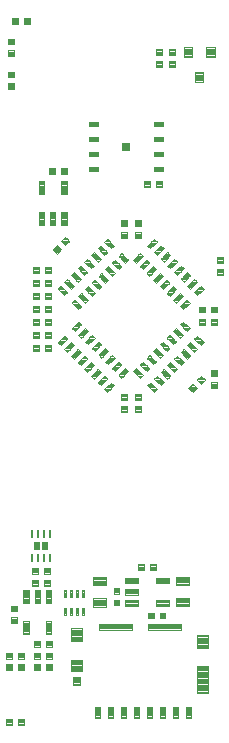
<source format=gbp>
G04 EAGLE Gerber RS-274X export*
G75*
%MOMM*%
%FSLAX34Y34*%
%LPD*%
%INSolderpaste Bottom*%
%IPPOS*%
%AMOC8*
5,1,8,0,0,1.08239X$1,22.5*%
G01*
%ADD10C,0.099000*%
%ADD11C,0.102000*%
%ADD12R,0.250000X0.637500*%
%ADD13R,0.500000X0.640000*%
%ADD14C,0.100000*%
%ADD15C,0.100800*%
%ADD16C,0.105000*%
%ADD17R,0.800000X0.800000*%
%ADD18C,0.104000*%
%ADD19C,0.103500*%


D10*
X120504Y163755D02*
X120504Y159245D01*
X109494Y159245D01*
X109494Y163755D01*
X120504Y163755D01*
X120504Y160185D02*
X109494Y160185D01*
X109494Y161125D02*
X120504Y161125D01*
X120504Y162065D02*
X109494Y162065D01*
X109494Y163005D02*
X120504Y163005D01*
X120504Y168745D02*
X120504Y173255D01*
X120504Y168745D02*
X109494Y168745D01*
X109494Y173255D01*
X120504Y173255D01*
X120504Y169685D02*
X109494Y169685D01*
X109494Y170625D02*
X120504Y170625D01*
X120504Y171565D02*
X109494Y171565D01*
X109494Y172505D02*
X120504Y172505D01*
X120504Y178245D02*
X120504Y182755D01*
X120504Y178245D02*
X109494Y178245D01*
X109494Y182755D01*
X120504Y182755D01*
X120504Y179185D02*
X109494Y179185D01*
X109494Y180125D02*
X120504Y180125D01*
X120504Y181065D02*
X109494Y181065D01*
X109494Y182005D02*
X120504Y182005D01*
X146506Y182755D02*
X146506Y178245D01*
X135496Y178245D01*
X135496Y182755D01*
X146506Y182755D01*
X146506Y179185D02*
X135496Y179185D01*
X135496Y180125D02*
X146506Y180125D01*
X146506Y181065D02*
X135496Y181065D01*
X135496Y182005D02*
X146506Y182005D01*
X146506Y163755D02*
X146506Y159245D01*
X135496Y159245D01*
X135496Y163755D01*
X146506Y163755D01*
X146506Y160185D02*
X135496Y160185D01*
X135496Y161125D02*
X146506Y161125D01*
X146506Y162065D02*
X135496Y162065D01*
X135496Y163005D02*
X146506Y163005D01*
X27735Y161576D02*
X23225Y161576D01*
X23225Y172586D01*
X27735Y172586D01*
X27735Y161576D01*
X27735Y162516D02*
X23225Y162516D01*
X23225Y163456D02*
X27735Y163456D01*
X27735Y164396D02*
X23225Y164396D01*
X23225Y165336D02*
X27735Y165336D01*
X27735Y166276D02*
X23225Y166276D01*
X23225Y167216D02*
X27735Y167216D01*
X27735Y168156D02*
X23225Y168156D01*
X23225Y169096D02*
X27735Y169096D01*
X27735Y170036D02*
X23225Y170036D01*
X23225Y170976D02*
X27735Y170976D01*
X27735Y171916D02*
X23225Y171916D01*
X32725Y161576D02*
X37235Y161576D01*
X32725Y161576D02*
X32725Y172586D01*
X37235Y172586D01*
X37235Y161576D01*
X37235Y162516D02*
X32725Y162516D01*
X32725Y163456D02*
X37235Y163456D01*
X37235Y164396D02*
X32725Y164396D01*
X32725Y165336D02*
X37235Y165336D01*
X37235Y166276D02*
X32725Y166276D01*
X32725Y167216D02*
X37235Y167216D01*
X37235Y168156D02*
X32725Y168156D01*
X32725Y169096D02*
X37235Y169096D01*
X37235Y170036D02*
X32725Y170036D01*
X32725Y170976D02*
X37235Y170976D01*
X37235Y171916D02*
X32725Y171916D01*
X42225Y161576D02*
X46735Y161576D01*
X42225Y161576D02*
X42225Y172586D01*
X46735Y172586D01*
X46735Y161576D01*
X46735Y162516D02*
X42225Y162516D01*
X42225Y163456D02*
X46735Y163456D01*
X46735Y164396D02*
X42225Y164396D01*
X42225Y165336D02*
X46735Y165336D01*
X46735Y166276D02*
X42225Y166276D01*
X42225Y167216D02*
X46735Y167216D01*
X46735Y168156D02*
X42225Y168156D01*
X42225Y169096D02*
X46735Y169096D01*
X46735Y170036D02*
X42225Y170036D01*
X42225Y170976D02*
X46735Y170976D01*
X46735Y171916D02*
X42225Y171916D01*
X42225Y135574D02*
X46735Y135574D01*
X42225Y135574D02*
X42225Y146584D01*
X46735Y146584D01*
X46735Y135574D01*
X46735Y136514D02*
X42225Y136514D01*
X42225Y137454D02*
X46735Y137454D01*
X46735Y138394D02*
X42225Y138394D01*
X42225Y139334D02*
X46735Y139334D01*
X46735Y140274D02*
X42225Y140274D01*
X42225Y141214D02*
X46735Y141214D01*
X46735Y142154D02*
X42225Y142154D01*
X42225Y143094D02*
X46735Y143094D01*
X46735Y144034D02*
X42225Y144034D01*
X42225Y144974D02*
X46735Y144974D01*
X46735Y145914D02*
X42225Y145914D01*
X27735Y135574D02*
X23225Y135574D01*
X23225Y146584D01*
X27735Y146584D01*
X27735Y135574D01*
X27735Y136514D02*
X23225Y136514D01*
X23225Y137454D02*
X27735Y137454D01*
X27735Y138394D02*
X23225Y138394D01*
X23225Y139334D02*
X27735Y139334D01*
X27735Y140274D02*
X23225Y140274D01*
X23225Y141214D02*
X27735Y141214D01*
X27735Y142154D02*
X23225Y142154D01*
X23225Y143094D02*
X27735Y143094D01*
X27735Y144034D02*
X23225Y144034D01*
X23225Y144974D02*
X27735Y144974D01*
X27735Y145914D02*
X23225Y145914D01*
D11*
X42570Y129630D02*
X47550Y129630D01*
X47550Y124650D01*
X42570Y124650D01*
X42570Y129630D01*
X42570Y125619D02*
X47550Y125619D01*
X47550Y126588D02*
X42570Y126588D01*
X42570Y127557D02*
X47550Y127557D01*
X47550Y128526D02*
X42570Y128526D01*
X42570Y129495D02*
X47550Y129495D01*
X37550Y129630D02*
X32570Y129630D01*
X37550Y129630D02*
X37550Y124650D01*
X32570Y124650D01*
X32570Y129630D01*
X32570Y125619D02*
X37550Y125619D01*
X37550Y126588D02*
X32570Y126588D01*
X32570Y127557D02*
X37550Y127557D01*
X37550Y128526D02*
X32570Y128526D01*
X32570Y129495D02*
X37550Y129495D01*
X40590Y181110D02*
X45570Y181110D01*
X45570Y176130D01*
X40590Y176130D01*
X40590Y181110D01*
X40590Y177099D02*
X45570Y177099D01*
X45570Y178068D02*
X40590Y178068D01*
X40590Y179037D02*
X45570Y179037D01*
X45570Y180006D02*
X40590Y180006D01*
X40590Y180975D02*
X45570Y180975D01*
X35570Y181110D02*
X30590Y181110D01*
X35570Y181110D02*
X35570Y176130D01*
X30590Y176130D01*
X30590Y181110D01*
X30590Y177099D02*
X35570Y177099D01*
X35570Y178068D02*
X30590Y178068D01*
X30590Y179037D02*
X35570Y179037D01*
X35570Y180006D02*
X30590Y180006D01*
X30590Y180975D02*
X35570Y180975D01*
X37490Y114510D02*
X32510Y114510D01*
X32510Y119490D01*
X37490Y119490D01*
X37490Y114510D01*
X37490Y115479D02*
X32510Y115479D01*
X32510Y116448D02*
X37490Y116448D01*
X37490Y117417D02*
X32510Y117417D01*
X32510Y118386D02*
X37490Y118386D01*
X37490Y119355D02*
X32510Y119355D01*
X42510Y114510D02*
X47490Y114510D01*
X42510Y114510D02*
X42510Y119490D01*
X47490Y119490D01*
X47490Y114510D01*
X47490Y115479D02*
X42510Y115479D01*
X42510Y116448D02*
X47490Y116448D01*
X47490Y117417D02*
X42510Y117417D01*
X42510Y118386D02*
X47490Y118386D01*
X47490Y119355D02*
X42510Y119355D01*
X12690Y154450D02*
X12690Y159430D01*
X17670Y159430D01*
X17670Y154450D01*
X12690Y154450D01*
X12690Y155419D02*
X17670Y155419D01*
X17670Y156388D02*
X12690Y156388D01*
X12690Y157357D02*
X17670Y157357D01*
X17670Y158326D02*
X12690Y158326D01*
X12690Y159295D02*
X17670Y159295D01*
X12690Y149430D02*
X12690Y144450D01*
X12690Y149430D02*
X17670Y149430D01*
X17670Y144450D01*
X12690Y144450D01*
X12690Y145419D02*
X17670Y145419D01*
X17670Y146388D02*
X12690Y146388D01*
X12690Y147357D02*
X17670Y147357D01*
X17670Y148326D02*
X12690Y148326D01*
X12690Y149295D02*
X17670Y149295D01*
D12*
X45500Y199813D03*
X40500Y220188D03*
X45500Y220188D03*
X35500Y220188D03*
X30500Y220188D03*
X40500Y199813D03*
X35500Y199813D03*
X30500Y199813D03*
D13*
X34600Y210000D03*
X41400Y210000D03*
D11*
X35490Y186510D02*
X30510Y186510D01*
X30510Y191490D01*
X35490Y191490D01*
X35490Y186510D01*
X35490Y187479D02*
X30510Y187479D01*
X30510Y188448D02*
X35490Y188448D01*
X35490Y189417D02*
X30510Y189417D01*
X30510Y190386D02*
X35490Y190386D01*
X35490Y191355D02*
X30510Y191355D01*
X40510Y186510D02*
X45490Y186510D01*
X40510Y186510D02*
X40510Y191490D01*
X45490Y191490D01*
X45490Y186510D01*
X45490Y187479D02*
X40510Y187479D01*
X40510Y188448D02*
X45490Y188448D01*
X45490Y189417D02*
X40510Y189417D01*
X40510Y190386D02*
X45490Y190386D01*
X45490Y191355D02*
X40510Y191355D01*
X23490Y63490D02*
X18510Y63490D01*
X23490Y63490D02*
X23490Y58510D01*
X18510Y58510D01*
X18510Y63490D01*
X18510Y59479D02*
X23490Y59479D01*
X23490Y60448D02*
X18510Y60448D01*
X18510Y61417D02*
X23490Y61417D01*
X23490Y62386D02*
X18510Y62386D01*
X18510Y63355D02*
X23490Y63355D01*
X13490Y63490D02*
X8510Y63490D01*
X13490Y63490D02*
X13490Y58510D01*
X8510Y58510D01*
X8510Y63490D01*
X8510Y59479D02*
X13490Y59479D01*
X13490Y60448D02*
X8510Y60448D01*
X8510Y61417D02*
X13490Y61417D01*
X13490Y62386D02*
X8510Y62386D01*
X8510Y63355D02*
X13490Y63355D01*
X18510Y109490D02*
X23490Y109490D01*
X23490Y104510D01*
X18510Y104510D01*
X18510Y109490D01*
X18510Y105479D02*
X23490Y105479D01*
X23490Y106448D02*
X18510Y106448D01*
X18510Y107417D02*
X23490Y107417D01*
X23490Y108386D02*
X18510Y108386D01*
X18510Y109355D02*
X23490Y109355D01*
X13490Y109490D02*
X8510Y109490D01*
X13490Y109490D02*
X13490Y104510D01*
X8510Y104510D01*
X8510Y109490D01*
X8510Y105479D02*
X13490Y105479D01*
X13490Y106448D02*
X8510Y106448D01*
X8510Y107417D02*
X13490Y107417D01*
X13490Y108386D02*
X8510Y108386D01*
X8510Y109355D02*
X13490Y109355D01*
D14*
X87912Y73442D02*
X87912Y64442D01*
X83912Y64442D01*
X83912Y73442D01*
X87912Y73442D01*
X87912Y65392D02*
X83912Y65392D01*
X83912Y66342D02*
X87912Y66342D01*
X87912Y67292D02*
X83912Y67292D01*
X83912Y68242D02*
X87912Y68242D01*
X87912Y69192D02*
X83912Y69192D01*
X83912Y70142D02*
X87912Y70142D01*
X87912Y71092D02*
X83912Y71092D01*
X83912Y72042D02*
X87912Y72042D01*
X87912Y72992D02*
X83912Y72992D01*
X98912Y73442D02*
X98912Y64442D01*
X94912Y64442D01*
X94912Y73442D01*
X98912Y73442D01*
X98912Y65392D02*
X94912Y65392D01*
X94912Y66342D02*
X98912Y66342D01*
X98912Y67292D02*
X94912Y67292D01*
X94912Y68242D02*
X98912Y68242D01*
X98912Y69192D02*
X94912Y69192D01*
X94912Y70142D02*
X98912Y70142D01*
X98912Y71092D02*
X94912Y71092D01*
X94912Y72042D02*
X98912Y72042D01*
X98912Y72992D02*
X94912Y72992D01*
X109912Y73442D02*
X109912Y64442D01*
X105912Y64442D01*
X105912Y73442D01*
X109912Y73442D01*
X109912Y65392D02*
X105912Y65392D01*
X105912Y66342D02*
X109912Y66342D01*
X109912Y67292D02*
X105912Y67292D01*
X105912Y68242D02*
X109912Y68242D01*
X109912Y69192D02*
X105912Y69192D01*
X105912Y70142D02*
X109912Y70142D01*
X109912Y71092D02*
X105912Y71092D01*
X105912Y72042D02*
X109912Y72042D01*
X109912Y72992D02*
X105912Y72992D01*
X120912Y73442D02*
X120912Y64442D01*
X116912Y64442D01*
X116912Y73442D01*
X120912Y73442D01*
X120912Y65392D02*
X116912Y65392D01*
X116912Y66342D02*
X120912Y66342D01*
X120912Y67292D02*
X116912Y67292D01*
X116912Y68242D02*
X120912Y68242D01*
X120912Y69192D02*
X116912Y69192D01*
X116912Y70142D02*
X120912Y70142D01*
X120912Y71092D02*
X116912Y71092D01*
X116912Y72042D02*
X120912Y72042D01*
X120912Y72992D02*
X116912Y72992D01*
X131912Y73442D02*
X131912Y64442D01*
X127912Y64442D01*
X127912Y73442D01*
X131912Y73442D01*
X131912Y65392D02*
X127912Y65392D01*
X127912Y66342D02*
X131912Y66342D01*
X131912Y67292D02*
X127912Y67292D01*
X127912Y68242D02*
X131912Y68242D01*
X131912Y69192D02*
X127912Y69192D01*
X127912Y70142D02*
X131912Y70142D01*
X131912Y71092D02*
X127912Y71092D01*
X127912Y72042D02*
X131912Y72042D01*
X131912Y72992D02*
X127912Y72992D01*
X142912Y73442D02*
X142912Y64442D01*
X138912Y64442D01*
X138912Y73442D01*
X142912Y73442D01*
X142912Y65392D02*
X138912Y65392D01*
X138912Y66342D02*
X142912Y66342D01*
X142912Y67292D02*
X138912Y67292D01*
X138912Y68242D02*
X142912Y68242D01*
X142912Y69192D02*
X138912Y69192D01*
X138912Y70142D02*
X142912Y70142D01*
X142912Y71092D02*
X138912Y71092D01*
X138912Y72042D02*
X142912Y72042D01*
X142912Y72992D02*
X138912Y72992D01*
X153912Y73442D02*
X153912Y64442D01*
X149912Y64442D01*
X149912Y73442D01*
X153912Y73442D01*
X153912Y65392D02*
X149912Y65392D01*
X149912Y66342D02*
X153912Y66342D01*
X153912Y67292D02*
X149912Y67292D01*
X149912Y68242D02*
X153912Y68242D01*
X153912Y69192D02*
X149912Y69192D01*
X149912Y70142D02*
X153912Y70142D01*
X153912Y71092D02*
X149912Y71092D01*
X149912Y72042D02*
X153912Y72042D01*
X153912Y72992D02*
X149912Y72992D01*
X164912Y73442D02*
X164912Y64442D01*
X160912Y64442D01*
X160912Y73442D01*
X164912Y73442D01*
X164912Y65392D02*
X160912Y65392D01*
X160912Y66342D02*
X164912Y66342D01*
X164912Y67292D02*
X160912Y67292D01*
X160912Y68242D02*
X164912Y68242D01*
X164912Y69192D02*
X160912Y69192D01*
X160912Y70142D02*
X164912Y70142D01*
X164912Y71092D02*
X160912Y71092D01*
X160912Y72042D02*
X164912Y72042D01*
X164912Y72992D02*
X160912Y72992D01*
D15*
X71008Y92346D02*
X64816Y92346D01*
X64816Y99138D01*
X71008Y99138D01*
X71008Y92346D01*
X71008Y93304D02*
X64816Y93304D01*
X64816Y94262D02*
X71008Y94262D01*
X71008Y95220D02*
X64816Y95220D01*
X64816Y96178D02*
X71008Y96178D01*
X71008Y97136D02*
X64816Y97136D01*
X64816Y98094D02*
X71008Y98094D01*
X71008Y99052D02*
X64816Y99052D01*
D16*
X72637Y103567D02*
X72637Y113317D01*
X72637Y103567D02*
X63187Y103567D01*
X63187Y113317D01*
X72637Y113317D01*
X72637Y104564D02*
X63187Y104564D01*
X63187Y105561D02*
X72637Y105561D01*
X72637Y106558D02*
X63187Y106558D01*
X63187Y107555D02*
X72637Y107555D01*
X72637Y108552D02*
X63187Y108552D01*
X63187Y109549D02*
X72637Y109549D01*
X72637Y110546D02*
X63187Y110546D01*
X63187Y111543D02*
X72637Y111543D01*
X72637Y112540D02*
X63187Y112540D01*
X72637Y129067D02*
X72637Y140017D01*
X72637Y129067D02*
X63187Y129067D01*
X63187Y140017D01*
X72637Y140017D01*
X72637Y130064D02*
X63187Y130064D01*
X63187Y131061D02*
X72637Y131061D01*
X72637Y132058D02*
X63187Y132058D01*
X63187Y133055D02*
X72637Y133055D01*
X72637Y134052D02*
X63187Y134052D01*
X63187Y135049D02*
X72637Y135049D01*
X72637Y136046D02*
X63187Y136046D01*
X63187Y137043D02*
X72637Y137043D01*
X72637Y138040D02*
X63187Y138040D01*
X63187Y139037D02*
X72637Y139037D01*
X179387Y134317D02*
X179387Y123367D01*
X169937Y123367D01*
X169937Y134317D01*
X179387Y134317D01*
X179387Y124364D02*
X169937Y124364D01*
X169937Y125361D02*
X179387Y125361D01*
X179387Y126358D02*
X169937Y126358D01*
X169937Y127355D02*
X179387Y127355D01*
X179387Y128352D02*
X169937Y128352D01*
X169937Y129349D02*
X179387Y129349D01*
X179387Y130346D02*
X169937Y130346D01*
X169937Y131343D02*
X179387Y131343D01*
X179387Y132340D02*
X169937Y132340D01*
X169937Y133337D02*
X179387Y133337D01*
X179387Y108417D02*
X179387Y85567D01*
X169937Y85567D01*
X169937Y108417D01*
X179387Y108417D01*
X179387Y86564D02*
X169937Y86564D01*
X169937Y87561D02*
X179387Y87561D01*
X179387Y88558D02*
X169937Y88558D01*
X169937Y89555D02*
X179387Y89555D01*
X179387Y90552D02*
X169937Y90552D01*
X169937Y91549D02*
X179387Y91549D01*
X179387Y92546D02*
X169937Y92546D01*
X169937Y93543D02*
X179387Y93543D01*
X179387Y94540D02*
X169937Y94540D01*
X169937Y95537D02*
X179387Y95537D01*
X179387Y96534D02*
X169937Y96534D01*
X169937Y97531D02*
X179387Y97531D01*
X179387Y98528D02*
X169937Y98528D01*
X169937Y99525D02*
X179387Y99525D01*
X179387Y100522D02*
X169937Y100522D01*
X169937Y101519D02*
X179387Y101519D01*
X179387Y102516D02*
X169937Y102516D01*
X169937Y103513D02*
X179387Y103513D01*
X179387Y104510D02*
X169937Y104510D01*
X169937Y105507D02*
X179387Y105507D01*
X179387Y106504D02*
X169937Y106504D01*
X169937Y107501D02*
X179387Y107501D01*
D10*
X156917Y143547D02*
X128807Y143547D01*
X156917Y143547D02*
X156917Y139037D01*
X128807Y139037D01*
X128807Y143547D01*
X128807Y139977D02*
X156917Y139977D01*
X156917Y140917D02*
X128807Y140917D01*
X128807Y141857D02*
X156917Y141857D01*
X156917Y142797D02*
X128807Y142797D01*
X115017Y143547D02*
X86907Y143547D01*
X115017Y143547D02*
X115017Y139037D01*
X86907Y139037D01*
X86907Y143547D01*
X86907Y139977D02*
X115017Y139977D01*
X115017Y140917D02*
X86907Y140917D01*
X86907Y141857D02*
X115017Y141857D01*
X115017Y142797D02*
X86907Y142797D01*
D14*
X78500Y526950D02*
X78500Y530950D01*
X86000Y530950D01*
X86000Y526950D01*
X78500Y526950D01*
X78500Y527900D02*
X86000Y527900D01*
X86000Y528850D02*
X78500Y528850D01*
X78500Y529800D02*
X86000Y529800D01*
X86000Y530750D02*
X78500Y530750D01*
X78500Y539650D02*
X78500Y543650D01*
X86000Y543650D01*
X86000Y539650D01*
X78500Y539650D01*
X78500Y540600D02*
X86000Y540600D01*
X86000Y541550D02*
X78500Y541550D01*
X78500Y542500D02*
X86000Y542500D01*
X86000Y543450D02*
X78500Y543450D01*
X78500Y552350D02*
X78500Y556350D01*
X86000Y556350D01*
X86000Y552350D01*
X78500Y552350D01*
X78500Y553300D02*
X86000Y553300D01*
X86000Y554250D02*
X78500Y554250D01*
X78500Y555200D02*
X86000Y555200D01*
X86000Y556150D02*
X78500Y556150D01*
X78500Y565050D02*
X78500Y569050D01*
X86000Y569050D01*
X86000Y565050D01*
X78500Y565050D01*
X78500Y566000D02*
X86000Y566000D01*
X86000Y566950D02*
X78500Y566950D01*
X78500Y567900D02*
X86000Y567900D01*
X86000Y568850D02*
X78500Y568850D01*
X134000Y556350D02*
X134000Y552350D01*
X134000Y556350D02*
X141500Y556350D01*
X141500Y552350D01*
X134000Y552350D01*
X134000Y553300D02*
X141500Y553300D01*
X141500Y554250D02*
X134000Y554250D01*
X134000Y555200D02*
X141500Y555200D01*
X141500Y556150D02*
X134000Y556150D01*
X134000Y565050D02*
X134000Y569050D01*
X141500Y569050D01*
X141500Y565050D01*
X134000Y565050D01*
X134000Y566000D02*
X141500Y566000D01*
X141500Y566950D02*
X134000Y566950D01*
X134000Y567900D02*
X141500Y567900D01*
X141500Y568850D02*
X134000Y568850D01*
X134000Y543650D02*
X134000Y539650D01*
X134000Y543650D02*
X141500Y543650D01*
X141500Y539650D01*
X134000Y539650D01*
X134000Y540600D02*
X141500Y540600D01*
X141500Y541550D02*
X134000Y541550D01*
X134000Y542500D02*
X141500Y542500D01*
X141500Y543450D02*
X134000Y543450D01*
X134000Y530950D02*
X134000Y526950D01*
X134000Y530950D02*
X141500Y530950D01*
X141500Y526950D01*
X134000Y526950D01*
X134000Y527900D02*
X141500Y527900D01*
X141500Y528850D02*
X134000Y528850D01*
X134000Y529800D02*
X141500Y529800D01*
X141500Y530750D02*
X134000Y530750D01*
D17*
X110000Y548000D03*
D11*
X192490Y444490D02*
X192490Y439510D01*
X187510Y439510D01*
X187510Y444490D01*
X192490Y444490D01*
X192490Y440479D02*
X187510Y440479D01*
X187510Y441448D02*
X192490Y441448D01*
X192490Y442417D02*
X187510Y442417D01*
X187510Y443386D02*
X192490Y443386D01*
X192490Y444355D02*
X187510Y444355D01*
X192490Y449510D02*
X192490Y454490D01*
X192490Y449510D02*
X187510Y449510D01*
X187510Y454490D01*
X192490Y454490D01*
X192490Y450479D02*
X187510Y450479D01*
X187510Y451448D02*
X192490Y451448D01*
X192490Y452417D02*
X187510Y452417D01*
X187510Y453386D02*
X192490Y453386D01*
X192490Y454355D02*
X187510Y454355D01*
X117510Y338490D02*
X117510Y333510D01*
X117510Y338490D02*
X122490Y338490D01*
X122490Y333510D01*
X117510Y333510D01*
X117510Y334479D02*
X122490Y334479D01*
X122490Y335448D02*
X117510Y335448D01*
X117510Y336417D02*
X122490Y336417D01*
X122490Y337386D02*
X117510Y337386D01*
X117510Y338355D02*
X122490Y338355D01*
X117510Y328490D02*
X117510Y323510D01*
X117510Y328490D02*
X122490Y328490D01*
X122490Y323510D01*
X117510Y323510D01*
X117510Y324479D02*
X122490Y324479D01*
X122490Y325448D02*
X117510Y325448D01*
X117510Y326417D02*
X122490Y326417D01*
X122490Y327386D02*
X117510Y327386D01*
X117510Y328355D02*
X122490Y328355D01*
X46490Y445990D02*
X41510Y445990D01*
X46490Y445990D02*
X46490Y441010D01*
X41510Y441010D01*
X41510Y445990D01*
X41510Y441979D02*
X46490Y441979D01*
X46490Y442948D02*
X41510Y442948D01*
X41510Y443917D02*
X46490Y443917D01*
X46490Y444886D02*
X41510Y444886D01*
X41510Y445855D02*
X46490Y445855D01*
X36490Y445990D02*
X31510Y445990D01*
X36490Y445990D02*
X36490Y441010D01*
X31510Y441010D01*
X31510Y445990D01*
X31510Y441979D02*
X36490Y441979D01*
X36490Y442948D02*
X31510Y442948D01*
X31510Y443917D02*
X36490Y443917D01*
X36490Y444886D02*
X31510Y444886D01*
X31510Y445855D02*
X36490Y445855D01*
X117510Y480510D02*
X117510Y485490D01*
X122490Y485490D01*
X122490Y480510D01*
X117510Y480510D01*
X117510Y481479D02*
X122490Y481479D01*
X122490Y482448D02*
X117510Y482448D01*
X117510Y483417D02*
X122490Y483417D01*
X122490Y484386D02*
X117510Y484386D01*
X117510Y485355D02*
X122490Y485355D01*
X117510Y475490D02*
X117510Y470510D01*
X117510Y475490D02*
X122490Y475490D01*
X122490Y470510D01*
X117510Y470510D01*
X117510Y471479D02*
X122490Y471479D01*
X122490Y472448D02*
X117510Y472448D01*
X117510Y473417D02*
X122490Y473417D01*
X122490Y474386D02*
X117510Y474386D01*
X117510Y475355D02*
X122490Y475355D01*
X182010Y358490D02*
X182010Y353510D01*
X182010Y358490D02*
X186990Y358490D01*
X186990Y353510D01*
X182010Y353510D01*
X182010Y354479D02*
X186990Y354479D01*
X186990Y355448D02*
X182010Y355448D01*
X182010Y356417D02*
X186990Y356417D01*
X186990Y357386D02*
X182010Y357386D01*
X182010Y358355D02*
X186990Y358355D01*
X182010Y348490D02*
X182010Y343510D01*
X182010Y348490D02*
X186990Y348490D01*
X186990Y343510D01*
X182010Y343510D01*
X182010Y344479D02*
X186990Y344479D01*
X186990Y345448D02*
X182010Y345448D01*
X182010Y346417D02*
X186990Y346417D01*
X186990Y347386D02*
X182010Y347386D01*
X182010Y348355D02*
X186990Y348355D01*
X105510Y338490D02*
X105510Y333510D01*
X105510Y338490D02*
X110490Y338490D01*
X110490Y333510D01*
X105510Y333510D01*
X105510Y334479D02*
X110490Y334479D01*
X110490Y335448D02*
X105510Y335448D01*
X105510Y336417D02*
X110490Y336417D01*
X110490Y337386D02*
X105510Y337386D01*
X105510Y338355D02*
X110490Y338355D01*
X105510Y328490D02*
X105510Y323510D01*
X105510Y328490D02*
X110490Y328490D01*
X110490Y323510D01*
X105510Y323510D01*
X105510Y324479D02*
X110490Y324479D01*
X110490Y325448D02*
X105510Y325448D01*
X105510Y326417D02*
X110490Y326417D01*
X110490Y327386D02*
X105510Y327386D01*
X105510Y328355D02*
X110490Y328355D01*
X105510Y480510D02*
X105510Y485490D01*
X110490Y485490D01*
X110490Y480510D01*
X105510Y480510D01*
X105510Y481479D02*
X110490Y481479D01*
X110490Y482448D02*
X105510Y482448D01*
X105510Y483417D02*
X110490Y483417D01*
X110490Y484386D02*
X105510Y484386D01*
X105510Y485355D02*
X110490Y485355D01*
X105510Y475490D02*
X105510Y470510D01*
X105510Y475490D02*
X110490Y475490D01*
X110490Y470510D01*
X105510Y470510D01*
X105510Y471479D02*
X110490Y471479D01*
X110490Y472448D02*
X105510Y472448D01*
X105510Y473417D02*
X110490Y473417D01*
X110490Y474386D02*
X105510Y474386D01*
X105510Y475355D02*
X110490Y475355D01*
X46490Y434990D02*
X41510Y434990D01*
X46490Y434990D02*
X46490Y430010D01*
X41510Y430010D01*
X41510Y434990D01*
X41510Y430979D02*
X46490Y430979D01*
X46490Y431948D02*
X41510Y431948D01*
X41510Y432917D02*
X46490Y432917D01*
X46490Y433886D02*
X41510Y433886D01*
X41510Y434855D02*
X46490Y434855D01*
X36490Y434990D02*
X31510Y434990D01*
X36490Y434990D02*
X36490Y430010D01*
X31510Y430010D01*
X31510Y434990D01*
X31510Y430979D02*
X36490Y430979D01*
X36490Y431948D02*
X31510Y431948D01*
X31510Y432917D02*
X36490Y432917D01*
X36490Y433886D02*
X31510Y433886D01*
X31510Y434855D02*
X36490Y434855D01*
D10*
X55245Y492504D02*
X59755Y492504D01*
X59755Y481494D01*
X55245Y481494D01*
X55245Y492504D01*
X55245Y482434D02*
X59755Y482434D01*
X59755Y483374D02*
X55245Y483374D01*
X55245Y484314D02*
X59755Y484314D01*
X59755Y485254D02*
X55245Y485254D01*
X55245Y486194D02*
X59755Y486194D01*
X59755Y487134D02*
X55245Y487134D01*
X55245Y488074D02*
X59755Y488074D01*
X59755Y489014D02*
X55245Y489014D01*
X55245Y489954D02*
X59755Y489954D01*
X59755Y490894D02*
X55245Y490894D01*
X55245Y491834D02*
X59755Y491834D01*
X50255Y492504D02*
X45745Y492504D01*
X50255Y492504D02*
X50255Y481494D01*
X45745Y481494D01*
X45745Y492504D01*
X45745Y482434D02*
X50255Y482434D01*
X50255Y483374D02*
X45745Y483374D01*
X45745Y484314D02*
X50255Y484314D01*
X50255Y485254D02*
X45745Y485254D01*
X45745Y486194D02*
X50255Y486194D01*
X50255Y487134D02*
X45745Y487134D01*
X45745Y488074D02*
X50255Y488074D01*
X50255Y489014D02*
X45745Y489014D01*
X45745Y489954D02*
X50255Y489954D01*
X50255Y490894D02*
X45745Y490894D01*
X45745Y491834D02*
X50255Y491834D01*
X40755Y492504D02*
X36245Y492504D01*
X40755Y492504D02*
X40755Y481494D01*
X36245Y481494D01*
X36245Y492504D01*
X36245Y482434D02*
X40755Y482434D01*
X40755Y483374D02*
X36245Y483374D01*
X36245Y484314D02*
X40755Y484314D01*
X40755Y485254D02*
X36245Y485254D01*
X36245Y486194D02*
X40755Y486194D01*
X40755Y487134D02*
X36245Y487134D01*
X36245Y488074D02*
X40755Y488074D01*
X40755Y489014D02*
X36245Y489014D01*
X36245Y489954D02*
X40755Y489954D01*
X40755Y490894D02*
X36245Y490894D01*
X36245Y491834D02*
X40755Y491834D01*
X40755Y518506D02*
X36245Y518506D01*
X40755Y518506D02*
X40755Y507496D01*
X36245Y507496D01*
X36245Y518506D01*
X36245Y508436D02*
X40755Y508436D01*
X40755Y509376D02*
X36245Y509376D01*
X36245Y510316D02*
X40755Y510316D01*
X40755Y511256D02*
X36245Y511256D01*
X36245Y512196D02*
X40755Y512196D01*
X40755Y513136D02*
X36245Y513136D01*
X36245Y514076D02*
X40755Y514076D01*
X40755Y515016D02*
X36245Y515016D01*
X36245Y515956D02*
X40755Y515956D01*
X40755Y516896D02*
X36245Y516896D01*
X36245Y517836D02*
X40755Y517836D01*
X55245Y518506D02*
X59755Y518506D01*
X59755Y507496D01*
X55245Y507496D01*
X55245Y518506D01*
X55245Y508436D02*
X59755Y508436D01*
X59755Y509376D02*
X55245Y509376D01*
X55245Y510316D02*
X59755Y510316D01*
X59755Y511256D02*
X55245Y511256D01*
X55245Y512196D02*
X59755Y512196D01*
X59755Y513136D02*
X55245Y513136D01*
X55245Y514076D02*
X59755Y514076D01*
X59755Y515016D02*
X55245Y515016D01*
X55245Y515956D02*
X59755Y515956D01*
X59755Y516896D02*
X55245Y516896D01*
X55245Y517836D02*
X59755Y517836D01*
D11*
X59990Y529490D02*
X55010Y529490D01*
X59990Y529490D02*
X59990Y524510D01*
X55010Y524510D01*
X55010Y529490D01*
X55010Y525479D02*
X59990Y525479D01*
X59990Y526448D02*
X55010Y526448D01*
X55010Y527417D02*
X59990Y527417D01*
X59990Y528386D02*
X55010Y528386D01*
X55010Y529355D02*
X59990Y529355D01*
X49990Y529490D02*
X45010Y529490D01*
X49990Y529490D02*
X49990Y524510D01*
X45010Y524510D01*
X45010Y529490D01*
X45010Y525479D02*
X49990Y525479D01*
X49990Y526448D02*
X45010Y526448D01*
X45010Y527417D02*
X49990Y527417D01*
X49990Y528386D02*
X45010Y528386D01*
X45010Y529355D02*
X49990Y529355D01*
X58536Y471557D02*
X55015Y468036D01*
X58536Y471557D02*
X62057Y468036D01*
X58536Y464515D01*
X55015Y468036D01*
X57567Y465484D02*
X59505Y465484D01*
X60474Y466453D02*
X56598Y466453D01*
X55629Y467422D02*
X61443Y467422D01*
X61702Y468391D02*
X55370Y468391D01*
X56339Y469360D02*
X60733Y469360D01*
X59764Y470329D02*
X57308Y470329D01*
X58277Y471298D02*
X58795Y471298D01*
X51464Y464485D02*
X47943Y460964D01*
X51464Y464485D02*
X54985Y460964D01*
X51464Y457443D01*
X47943Y460964D01*
X50495Y458412D02*
X52433Y458412D01*
X53402Y459381D02*
X49526Y459381D01*
X48557Y460350D02*
X54371Y460350D01*
X54630Y461319D02*
X48298Y461319D01*
X49267Y462288D02*
X53661Y462288D01*
X52692Y463257D02*
X50236Y463257D01*
X51205Y464226D02*
X51723Y464226D01*
X37490Y104510D02*
X32510Y104510D01*
X32510Y109490D01*
X37490Y109490D01*
X37490Y104510D01*
X37490Y105479D02*
X32510Y105479D01*
X32510Y106448D02*
X37490Y106448D01*
X37490Y107417D02*
X32510Y107417D01*
X32510Y108386D02*
X37490Y108386D01*
X37490Y109355D02*
X32510Y109355D01*
X42510Y104510D02*
X47490Y104510D01*
X42510Y104510D02*
X42510Y109490D01*
X47490Y109490D01*
X47490Y104510D01*
X47490Y105479D02*
X42510Y105479D01*
X42510Y106448D02*
X47490Y106448D01*
X47490Y107417D02*
X42510Y107417D01*
X42510Y108386D02*
X47490Y108386D01*
X47490Y109355D02*
X42510Y109355D01*
X166464Y339943D02*
X169985Y343464D01*
X166464Y339943D02*
X162943Y343464D01*
X166464Y346985D01*
X169985Y343464D01*
X167433Y340912D02*
X165495Y340912D01*
X164526Y341881D02*
X168402Y341881D01*
X169371Y342850D02*
X163557Y342850D01*
X163298Y343819D02*
X169630Y343819D01*
X168661Y344788D02*
X164267Y344788D01*
X165236Y345757D02*
X167692Y345757D01*
X166723Y346726D02*
X166205Y346726D01*
X173536Y347015D02*
X177057Y350536D01*
X173536Y347015D02*
X170015Y350536D01*
X173536Y354057D01*
X177057Y350536D01*
X174505Y347984D02*
X172567Y347984D01*
X171598Y348953D02*
X175474Y348953D01*
X176443Y349922D02*
X170629Y349922D01*
X170370Y350891D02*
X176702Y350891D01*
X175733Y351860D02*
X171339Y351860D01*
X172308Y352829D02*
X174764Y352829D01*
X173795Y353798D02*
X173277Y353798D01*
X13490Y114510D02*
X8510Y114510D01*
X8510Y119490D01*
X13490Y119490D01*
X13490Y114510D01*
X13490Y115479D02*
X8510Y115479D01*
X8510Y116448D02*
X13490Y116448D01*
X13490Y117417D02*
X8510Y117417D01*
X8510Y118386D02*
X13490Y118386D01*
X13490Y119355D02*
X8510Y119355D01*
X18510Y114510D02*
X23490Y114510D01*
X18510Y114510D02*
X18510Y119490D01*
X23490Y119490D01*
X23490Y114510D01*
X23490Y115479D02*
X18510Y115479D01*
X18510Y116448D02*
X23490Y116448D01*
X23490Y117417D02*
X18510Y117417D01*
X18510Y118386D02*
X23490Y118386D01*
X23490Y119355D02*
X18510Y119355D01*
X120510Y189510D02*
X125490Y189510D01*
X120510Y189510D02*
X120510Y194490D01*
X125490Y194490D01*
X125490Y189510D01*
X125490Y190479D02*
X120510Y190479D01*
X120510Y191448D02*
X125490Y191448D01*
X125490Y192417D02*
X120510Y192417D01*
X120510Y193386D02*
X125490Y193386D01*
X125490Y194355D02*
X120510Y194355D01*
X130510Y189510D02*
X135490Y189510D01*
X130510Y189510D02*
X130510Y194490D01*
X135490Y194490D01*
X135490Y189510D01*
X135490Y190479D02*
X130510Y190479D01*
X130510Y191448D02*
X135490Y191448D01*
X135490Y192417D02*
X130510Y192417D01*
X130510Y193386D02*
X135490Y193386D01*
X135490Y194355D02*
X130510Y194355D01*
X104490Y164490D02*
X104490Y159510D01*
X99510Y159510D01*
X99510Y164490D01*
X104490Y164490D01*
X104490Y160479D02*
X99510Y160479D01*
X99510Y161448D02*
X104490Y161448D01*
X104490Y162417D02*
X99510Y162417D01*
X99510Y163386D02*
X104490Y163386D01*
X104490Y164355D02*
X99510Y164355D01*
X104490Y169510D02*
X104490Y174490D01*
X104490Y169510D02*
X99510Y169510D01*
X99510Y174490D01*
X104490Y174490D01*
X104490Y170479D02*
X99510Y170479D01*
X99510Y171448D02*
X104490Y171448D01*
X104490Y172417D02*
X99510Y172417D01*
X99510Y173386D02*
X104490Y173386D01*
X104490Y174355D02*
X99510Y174355D01*
X138510Y153490D02*
X143490Y153490D01*
X143490Y148510D01*
X138510Y148510D01*
X138510Y153490D01*
X138510Y149479D02*
X143490Y149479D01*
X143490Y150448D02*
X138510Y150448D01*
X138510Y151417D02*
X143490Y151417D01*
X143490Y152386D02*
X138510Y152386D01*
X138510Y153355D02*
X143490Y153355D01*
X133490Y153490D02*
X128510Y153490D01*
X133490Y153490D02*
X133490Y148510D01*
X128510Y148510D01*
X128510Y153490D01*
X128510Y149479D02*
X133490Y149479D01*
X133490Y150448D02*
X128510Y150448D01*
X128510Y151417D02*
X133490Y151417D01*
X133490Y152386D02*
X128510Y152386D01*
X128510Y153355D02*
X133490Y153355D01*
X10510Y606510D02*
X10510Y611490D01*
X15490Y611490D01*
X15490Y606510D01*
X10510Y606510D01*
X10510Y607479D02*
X15490Y607479D01*
X15490Y608448D02*
X10510Y608448D01*
X10510Y609417D02*
X15490Y609417D01*
X15490Y610386D02*
X10510Y610386D01*
X10510Y611355D02*
X15490Y611355D01*
X10510Y601490D02*
X10510Y596510D01*
X10510Y601490D02*
X15490Y601490D01*
X15490Y596510D01*
X10510Y596510D01*
X10510Y597479D02*
X15490Y597479D01*
X15490Y598448D02*
X10510Y598448D01*
X10510Y599417D02*
X15490Y599417D01*
X15490Y600386D02*
X10510Y600386D01*
X10510Y601355D02*
X15490Y601355D01*
X10510Y634510D02*
X10510Y639490D01*
X15490Y639490D01*
X15490Y634510D01*
X10510Y634510D01*
X10510Y635479D02*
X15490Y635479D01*
X15490Y636448D02*
X10510Y636448D01*
X10510Y637417D02*
X15490Y637417D01*
X15490Y638386D02*
X10510Y638386D01*
X10510Y639355D02*
X15490Y639355D01*
X10510Y629490D02*
X10510Y624510D01*
X10510Y629490D02*
X15490Y629490D01*
X15490Y624510D01*
X10510Y624510D01*
X10510Y625479D02*
X15490Y625479D01*
X15490Y626448D02*
X10510Y626448D01*
X10510Y627417D02*
X15490Y627417D01*
X15490Y628386D02*
X10510Y628386D01*
X10510Y629355D02*
X15490Y629355D01*
D18*
X159020Y624020D02*
X165980Y624020D01*
X159020Y624020D02*
X159020Y631980D01*
X165980Y631980D01*
X165980Y624020D01*
X165980Y625008D02*
X159020Y625008D01*
X159020Y625996D02*
X165980Y625996D01*
X165980Y626984D02*
X159020Y626984D01*
X159020Y627972D02*
X165980Y627972D01*
X165980Y628960D02*
X159020Y628960D01*
X159020Y629948D02*
X165980Y629948D01*
X165980Y630936D02*
X159020Y630936D01*
X159020Y631924D02*
X165980Y631924D01*
X178020Y624020D02*
X184980Y624020D01*
X178020Y624020D02*
X178020Y631980D01*
X184980Y631980D01*
X184980Y624020D01*
X184980Y625008D02*
X178020Y625008D01*
X178020Y625996D02*
X184980Y625996D01*
X184980Y626984D02*
X178020Y626984D01*
X178020Y627972D02*
X184980Y627972D01*
X184980Y628960D02*
X178020Y628960D01*
X178020Y629948D02*
X184980Y629948D01*
X184980Y630936D02*
X178020Y630936D01*
X178020Y631924D02*
X184980Y631924D01*
X175480Y603020D02*
X168520Y603020D01*
X168520Y610980D01*
X175480Y610980D01*
X175480Y603020D01*
X175480Y604008D02*
X168520Y604008D01*
X168520Y604996D02*
X175480Y604996D01*
X175480Y605984D02*
X168520Y605984D01*
X168520Y606972D02*
X175480Y606972D01*
X175480Y607960D02*
X168520Y607960D01*
X168520Y608948D02*
X175480Y608948D01*
X175480Y609936D02*
X168520Y609936D01*
X168520Y610924D02*
X175480Y610924D01*
D19*
X161379Y418232D02*
X163830Y415781D01*
X158199Y410150D01*
X155748Y412601D01*
X161379Y418232D01*
X159182Y411133D02*
X157216Y411133D01*
X156233Y412116D02*
X160165Y412116D01*
X161148Y413099D02*
X156246Y413099D01*
X157229Y414082D02*
X162131Y414082D01*
X163114Y415065D02*
X158212Y415065D01*
X159195Y416048D02*
X163563Y416048D01*
X162580Y417031D02*
X160178Y417031D01*
X161161Y418014D02*
X161597Y418014D01*
X158173Y421437D02*
X155722Y423888D01*
X158173Y421437D02*
X152542Y415806D01*
X150091Y418257D01*
X155722Y423888D01*
X153525Y416789D02*
X151559Y416789D01*
X150576Y417772D02*
X154508Y417772D01*
X155491Y418755D02*
X150589Y418755D01*
X151572Y419738D02*
X156474Y419738D01*
X157457Y420721D02*
X152555Y420721D01*
X153538Y421704D02*
X157906Y421704D01*
X156923Y422687D02*
X154521Y422687D01*
X155504Y423670D02*
X155940Y423670D01*
X152516Y427094D02*
X150065Y429545D01*
X152516Y427094D02*
X146885Y421463D01*
X144434Y423914D01*
X150065Y429545D01*
X147868Y422446D02*
X145902Y422446D01*
X144919Y423429D02*
X148851Y423429D01*
X149834Y424412D02*
X144932Y424412D01*
X145915Y425395D02*
X150817Y425395D01*
X151800Y426378D02*
X146898Y426378D01*
X147881Y427361D02*
X152249Y427361D01*
X151266Y428344D02*
X148864Y428344D01*
X149847Y429327D02*
X150283Y429327D01*
X146859Y432751D02*
X144408Y435202D01*
X146859Y432751D02*
X141228Y427120D01*
X138777Y429571D01*
X144408Y435202D01*
X142211Y428103D02*
X140245Y428103D01*
X139262Y429086D02*
X143194Y429086D01*
X144177Y430069D02*
X139275Y430069D01*
X140258Y431052D02*
X145160Y431052D01*
X146143Y432035D02*
X141241Y432035D01*
X142224Y433018D02*
X146592Y433018D01*
X145609Y434001D02*
X143207Y434001D01*
X144190Y434984D02*
X144626Y434984D01*
X141202Y438408D02*
X138751Y440859D01*
X141202Y438408D02*
X135571Y432777D01*
X133120Y435228D01*
X138751Y440859D01*
X136554Y433760D02*
X134588Y433760D01*
X133605Y434743D02*
X137537Y434743D01*
X138520Y435726D02*
X133618Y435726D01*
X134601Y436709D02*
X139503Y436709D01*
X140486Y437692D02*
X135584Y437692D01*
X136567Y438675D02*
X140935Y438675D01*
X139952Y439658D02*
X137550Y439658D01*
X138533Y440641D02*
X138969Y440641D01*
X135545Y444065D02*
X133094Y446516D01*
X135545Y444065D02*
X129914Y438434D01*
X127463Y440885D01*
X133094Y446516D01*
X130897Y439417D02*
X128931Y439417D01*
X127948Y440400D02*
X131880Y440400D01*
X132863Y441383D02*
X127961Y441383D01*
X128944Y442366D02*
X133846Y442366D01*
X134829Y443349D02*
X129927Y443349D01*
X130910Y444332D02*
X135278Y444332D01*
X134295Y445315D02*
X131893Y445315D01*
X132876Y446298D02*
X133312Y446298D01*
X129888Y449722D02*
X127437Y452173D01*
X129888Y449722D02*
X124257Y444091D01*
X121806Y446542D01*
X127437Y452173D01*
X125240Y445074D02*
X123274Y445074D01*
X122291Y446057D02*
X126223Y446057D01*
X127206Y447040D02*
X122304Y447040D01*
X123287Y448023D02*
X128189Y448023D01*
X129172Y449006D02*
X124270Y449006D01*
X125253Y449989D02*
X129621Y449989D01*
X128638Y450972D02*
X126236Y450972D01*
X127219Y451955D02*
X127655Y451955D01*
X124232Y455379D02*
X121781Y457830D01*
X124232Y455379D02*
X118601Y449748D01*
X116150Y452199D01*
X121781Y457830D01*
X119584Y450731D02*
X117618Y450731D01*
X116635Y451714D02*
X120567Y451714D01*
X121550Y452697D02*
X116648Y452697D01*
X117631Y453680D02*
X122533Y453680D01*
X123516Y454663D02*
X118614Y454663D01*
X119597Y455646D02*
X123965Y455646D01*
X122982Y456629D02*
X120580Y456629D01*
X121563Y457612D02*
X121999Y457612D01*
X133801Y469850D02*
X136252Y467399D01*
X130621Y461768D01*
X128170Y464219D01*
X133801Y469850D01*
X131604Y462751D02*
X129638Y462751D01*
X128655Y463734D02*
X132587Y463734D01*
X133570Y464717D02*
X128668Y464717D01*
X129651Y465700D02*
X134553Y465700D01*
X135536Y466683D02*
X130634Y466683D01*
X131617Y467666D02*
X135985Y467666D01*
X135002Y468649D02*
X132600Y468649D01*
X133583Y469632D02*
X134019Y469632D01*
X139458Y464194D02*
X141909Y461743D01*
X136278Y456112D01*
X133827Y458563D01*
X139458Y464194D01*
X137261Y457095D02*
X135295Y457095D01*
X134312Y458078D02*
X138244Y458078D01*
X139227Y459061D02*
X134325Y459061D01*
X135308Y460044D02*
X140210Y460044D01*
X141193Y461027D02*
X136291Y461027D01*
X137274Y462010D02*
X141642Y462010D01*
X140659Y462993D02*
X138257Y462993D01*
X139240Y463976D02*
X139676Y463976D01*
X145115Y458537D02*
X147566Y456086D01*
X141935Y450455D01*
X139484Y452906D01*
X145115Y458537D01*
X142918Y451438D02*
X140952Y451438D01*
X139969Y452421D02*
X143901Y452421D01*
X144884Y453404D02*
X139982Y453404D01*
X140965Y454387D02*
X145867Y454387D01*
X146850Y455370D02*
X141948Y455370D01*
X142931Y456353D02*
X147299Y456353D01*
X146316Y457336D02*
X143914Y457336D01*
X144897Y458319D02*
X145333Y458319D01*
X150772Y452880D02*
X153223Y450429D01*
X147592Y444798D01*
X145141Y447249D01*
X150772Y452880D01*
X148575Y445781D02*
X146609Y445781D01*
X145626Y446764D02*
X149558Y446764D01*
X150541Y447747D02*
X145639Y447747D01*
X146622Y448730D02*
X151524Y448730D01*
X152507Y449713D02*
X147605Y449713D01*
X148588Y450696D02*
X152956Y450696D01*
X151973Y451679D02*
X149571Y451679D01*
X150554Y452662D02*
X150990Y452662D01*
X156429Y447223D02*
X158880Y444772D01*
X153249Y439141D01*
X150798Y441592D01*
X156429Y447223D01*
X154232Y440124D02*
X152266Y440124D01*
X151283Y441107D02*
X155215Y441107D01*
X156198Y442090D02*
X151296Y442090D01*
X152279Y443073D02*
X157181Y443073D01*
X158164Y444056D02*
X153262Y444056D01*
X154245Y445039D02*
X158613Y445039D01*
X157630Y446022D02*
X155228Y446022D01*
X156211Y447005D02*
X156647Y447005D01*
X162086Y441566D02*
X164537Y439115D01*
X158906Y433484D01*
X156455Y435935D01*
X162086Y441566D01*
X159889Y434467D02*
X157923Y434467D01*
X156940Y435450D02*
X160872Y435450D01*
X161855Y436433D02*
X156953Y436433D01*
X157936Y437416D02*
X162838Y437416D01*
X163821Y438399D02*
X158919Y438399D01*
X159902Y439382D02*
X164270Y439382D01*
X163287Y440365D02*
X160885Y440365D01*
X161868Y441348D02*
X162304Y441348D01*
X167743Y435909D02*
X170194Y433458D01*
X164563Y427827D01*
X162112Y430278D01*
X167743Y435909D01*
X165546Y428810D02*
X163580Y428810D01*
X162597Y429793D02*
X166529Y429793D01*
X167512Y430776D02*
X162610Y430776D01*
X163593Y431759D02*
X168495Y431759D01*
X169478Y432742D02*
X164576Y432742D01*
X165559Y433725D02*
X169927Y433725D01*
X168944Y434708D02*
X166542Y434708D01*
X167525Y435691D02*
X167961Y435691D01*
X173399Y430252D02*
X175850Y427801D01*
X170219Y422170D01*
X167768Y424621D01*
X173399Y430252D01*
X171202Y423153D02*
X169236Y423153D01*
X168253Y424136D02*
X172185Y424136D01*
X173168Y425119D02*
X168266Y425119D01*
X169249Y426102D02*
X174151Y426102D01*
X175134Y427085D02*
X170232Y427085D01*
X171215Y428068D02*
X175583Y428068D01*
X174600Y429051D02*
X172198Y429051D01*
X173181Y430034D02*
X173617Y430034D01*
X106219Y457830D02*
X103768Y455379D01*
X106219Y457830D02*
X111850Y452199D01*
X109399Y449748D01*
X103768Y455379D01*
X108416Y450731D02*
X110382Y450731D01*
X111365Y451714D02*
X107433Y451714D01*
X106450Y452697D02*
X111352Y452697D01*
X110369Y453680D02*
X105467Y453680D01*
X104484Y454663D02*
X109386Y454663D01*
X108403Y455646D02*
X104035Y455646D01*
X105018Y456629D02*
X107420Y456629D01*
X106437Y457612D02*
X106001Y457612D01*
X100563Y452173D02*
X98112Y449722D01*
X100563Y452173D02*
X106194Y446542D01*
X103743Y444091D01*
X98112Y449722D01*
X102760Y445074D02*
X104726Y445074D01*
X105709Y446057D02*
X101777Y446057D01*
X100794Y447040D02*
X105696Y447040D01*
X104713Y448023D02*
X99811Y448023D01*
X98828Y449006D02*
X103730Y449006D01*
X102747Y449989D02*
X98379Y449989D01*
X99362Y450972D02*
X101764Y450972D01*
X100781Y451955D02*
X100345Y451955D01*
X94906Y446516D02*
X92455Y444065D01*
X94906Y446516D02*
X100537Y440885D01*
X98086Y438434D01*
X92455Y444065D01*
X97103Y439417D02*
X99069Y439417D01*
X100052Y440400D02*
X96120Y440400D01*
X95137Y441383D02*
X100039Y441383D01*
X99056Y442366D02*
X94154Y442366D01*
X93171Y443349D02*
X98073Y443349D01*
X97090Y444332D02*
X92722Y444332D01*
X93705Y445315D02*
X96107Y445315D01*
X95124Y446298D02*
X94688Y446298D01*
X89249Y440859D02*
X86798Y438408D01*
X89249Y440859D02*
X94880Y435228D01*
X92429Y432777D01*
X86798Y438408D01*
X91446Y433760D02*
X93412Y433760D01*
X94395Y434743D02*
X90463Y434743D01*
X89480Y435726D02*
X94382Y435726D01*
X93399Y436709D02*
X88497Y436709D01*
X87514Y437692D02*
X92416Y437692D01*
X91433Y438675D02*
X87065Y438675D01*
X88048Y439658D02*
X90450Y439658D01*
X89467Y440641D02*
X89031Y440641D01*
X83592Y435202D02*
X81141Y432751D01*
X83592Y435202D02*
X89223Y429571D01*
X86772Y427120D01*
X81141Y432751D01*
X85789Y428103D02*
X87755Y428103D01*
X88738Y429086D02*
X84806Y429086D01*
X83823Y430069D02*
X88725Y430069D01*
X87742Y431052D02*
X82840Y431052D01*
X81857Y432035D02*
X86759Y432035D01*
X85776Y433018D02*
X81408Y433018D01*
X82391Y434001D02*
X84793Y434001D01*
X83810Y434984D02*
X83374Y434984D01*
X77935Y429545D02*
X75484Y427094D01*
X77935Y429545D02*
X83566Y423914D01*
X81115Y421463D01*
X75484Y427094D01*
X80132Y422446D02*
X82098Y422446D01*
X83081Y423429D02*
X79149Y423429D01*
X78166Y424412D02*
X83068Y424412D01*
X82085Y425395D02*
X77183Y425395D01*
X76200Y426378D02*
X81102Y426378D01*
X80119Y427361D02*
X75751Y427361D01*
X76734Y428344D02*
X79136Y428344D01*
X78153Y429327D02*
X77717Y429327D01*
X72278Y423888D02*
X69827Y421437D01*
X72278Y423888D02*
X77909Y418257D01*
X75458Y415806D01*
X69827Y421437D01*
X74475Y416789D02*
X76441Y416789D01*
X77424Y417772D02*
X73492Y417772D01*
X72509Y418755D02*
X77411Y418755D01*
X76428Y419738D02*
X71526Y419738D01*
X70543Y420721D02*
X75445Y420721D01*
X74462Y421704D02*
X70094Y421704D01*
X71077Y422687D02*
X73479Y422687D01*
X72496Y423670D02*
X72060Y423670D01*
X66621Y418232D02*
X64170Y415781D01*
X66621Y418232D02*
X72252Y412601D01*
X69801Y410150D01*
X64170Y415781D01*
X68818Y411133D02*
X70784Y411133D01*
X71767Y412116D02*
X67835Y412116D01*
X66852Y413099D02*
X71754Y413099D01*
X70771Y414082D02*
X65869Y414082D01*
X64886Y415065D02*
X69788Y415065D01*
X68805Y416048D02*
X64437Y416048D01*
X65420Y417031D02*
X67822Y417031D01*
X66839Y418014D02*
X66403Y418014D01*
X54601Y430252D02*
X52150Y427801D01*
X54601Y430252D02*
X60232Y424621D01*
X57781Y422170D01*
X52150Y427801D01*
X56798Y423153D02*
X58764Y423153D01*
X59747Y424136D02*
X55815Y424136D01*
X54832Y425119D02*
X59734Y425119D01*
X58751Y426102D02*
X53849Y426102D01*
X52866Y427085D02*
X57768Y427085D01*
X56785Y428068D02*
X52417Y428068D01*
X53400Y429051D02*
X55802Y429051D01*
X54819Y430034D02*
X54383Y430034D01*
X57806Y433458D02*
X60257Y435909D01*
X65888Y430278D01*
X63437Y427827D01*
X57806Y433458D01*
X62454Y428810D02*
X64420Y428810D01*
X65403Y429793D02*
X61471Y429793D01*
X60488Y430776D02*
X65390Y430776D01*
X64407Y431759D02*
X59505Y431759D01*
X58522Y432742D02*
X63424Y432742D01*
X62441Y433725D02*
X58073Y433725D01*
X59056Y434708D02*
X61458Y434708D01*
X60475Y435691D02*
X60039Y435691D01*
X63463Y439115D02*
X65914Y441566D01*
X71545Y435935D01*
X69094Y433484D01*
X63463Y439115D01*
X68111Y434467D02*
X70077Y434467D01*
X71060Y435450D02*
X67128Y435450D01*
X66145Y436433D02*
X71047Y436433D01*
X70064Y437416D02*
X65162Y437416D01*
X64179Y438399D02*
X69081Y438399D01*
X68098Y439382D02*
X63730Y439382D01*
X64713Y440365D02*
X67115Y440365D01*
X66132Y441348D02*
X65696Y441348D01*
X69120Y444772D02*
X71571Y447223D01*
X77202Y441592D01*
X74751Y439141D01*
X69120Y444772D01*
X73768Y440124D02*
X75734Y440124D01*
X76717Y441107D02*
X72785Y441107D01*
X71802Y442090D02*
X76704Y442090D01*
X75721Y443073D02*
X70819Y443073D01*
X69836Y444056D02*
X74738Y444056D01*
X73755Y445039D02*
X69387Y445039D01*
X70370Y446022D02*
X72772Y446022D01*
X71789Y447005D02*
X71353Y447005D01*
X74777Y450429D02*
X77228Y452880D01*
X82859Y447249D01*
X80408Y444798D01*
X74777Y450429D01*
X79425Y445781D02*
X81391Y445781D01*
X82374Y446764D02*
X78442Y446764D01*
X77459Y447747D02*
X82361Y447747D01*
X81378Y448730D02*
X76476Y448730D01*
X75493Y449713D02*
X80395Y449713D01*
X79412Y450696D02*
X75044Y450696D01*
X76027Y451679D02*
X78429Y451679D01*
X77446Y452662D02*
X77010Y452662D01*
X80434Y456086D02*
X82885Y458537D01*
X88516Y452906D01*
X86065Y450455D01*
X80434Y456086D01*
X85082Y451438D02*
X87048Y451438D01*
X88031Y452421D02*
X84099Y452421D01*
X83116Y453404D02*
X88018Y453404D01*
X87035Y454387D02*
X82133Y454387D01*
X81150Y455370D02*
X86052Y455370D01*
X85069Y456353D02*
X80701Y456353D01*
X81684Y457336D02*
X84086Y457336D01*
X83103Y458319D02*
X82667Y458319D01*
X86091Y461743D02*
X88542Y464194D01*
X94173Y458563D01*
X91722Y456112D01*
X86091Y461743D01*
X90739Y457095D02*
X92705Y457095D01*
X93688Y458078D02*
X89756Y458078D01*
X88773Y459061D02*
X93675Y459061D01*
X92692Y460044D02*
X87790Y460044D01*
X86807Y461027D02*
X91709Y461027D01*
X90726Y462010D02*
X86358Y462010D01*
X87341Y462993D02*
X89743Y462993D01*
X88760Y463976D02*
X88324Y463976D01*
X91748Y467399D02*
X94199Y469850D01*
X99830Y464219D01*
X97379Y461768D01*
X91748Y467399D01*
X96396Y462751D02*
X98362Y462751D01*
X99345Y463734D02*
X95413Y463734D01*
X94430Y464717D02*
X99332Y464717D01*
X98349Y465700D02*
X93447Y465700D01*
X92464Y466683D02*
X97366Y466683D01*
X96383Y467666D02*
X92015Y467666D01*
X92998Y468649D02*
X95400Y468649D01*
X94417Y469632D02*
X93981Y469632D01*
X97379Y348232D02*
X99830Y345781D01*
X94199Y340150D01*
X91748Y342601D01*
X97379Y348232D01*
X95182Y341133D02*
X93216Y341133D01*
X92233Y342116D02*
X96165Y342116D01*
X97148Y343099D02*
X92246Y343099D01*
X93229Y344082D02*
X98131Y344082D01*
X99114Y345065D02*
X94212Y345065D01*
X95195Y346048D02*
X99563Y346048D01*
X98580Y347031D02*
X96178Y347031D01*
X97161Y348014D02*
X97597Y348014D01*
X94173Y351437D02*
X91722Y353888D01*
X94173Y351437D02*
X88542Y345806D01*
X86091Y348257D01*
X91722Y353888D01*
X89525Y346789D02*
X87559Y346789D01*
X86576Y347772D02*
X90508Y347772D01*
X91491Y348755D02*
X86589Y348755D01*
X87572Y349738D02*
X92474Y349738D01*
X93457Y350721D02*
X88555Y350721D01*
X89538Y351704D02*
X93906Y351704D01*
X92923Y352687D02*
X90521Y352687D01*
X91504Y353670D02*
X91940Y353670D01*
X88516Y357094D02*
X86065Y359545D01*
X88516Y357094D02*
X82885Y351463D01*
X80434Y353914D01*
X86065Y359545D01*
X83868Y352446D02*
X81902Y352446D01*
X80919Y353429D02*
X84851Y353429D01*
X85834Y354412D02*
X80932Y354412D01*
X81915Y355395D02*
X86817Y355395D01*
X87800Y356378D02*
X82898Y356378D01*
X83881Y357361D02*
X88249Y357361D01*
X87266Y358344D02*
X84864Y358344D01*
X85847Y359327D02*
X86283Y359327D01*
X82859Y362751D02*
X80408Y365202D01*
X82859Y362751D02*
X77228Y357120D01*
X74777Y359571D01*
X80408Y365202D01*
X78211Y358103D02*
X76245Y358103D01*
X75262Y359086D02*
X79194Y359086D01*
X80177Y360069D02*
X75275Y360069D01*
X76258Y361052D02*
X81160Y361052D01*
X82143Y362035D02*
X77241Y362035D01*
X78224Y363018D02*
X82592Y363018D01*
X81609Y364001D02*
X79207Y364001D01*
X80190Y364984D02*
X80626Y364984D01*
X77202Y368408D02*
X74751Y370859D01*
X77202Y368408D02*
X71571Y362777D01*
X69120Y365228D01*
X74751Y370859D01*
X72554Y363760D02*
X70588Y363760D01*
X69605Y364743D02*
X73537Y364743D01*
X74520Y365726D02*
X69618Y365726D01*
X70601Y366709D02*
X75503Y366709D01*
X76486Y367692D02*
X71584Y367692D01*
X72567Y368675D02*
X76935Y368675D01*
X75952Y369658D02*
X73550Y369658D01*
X74533Y370641D02*
X74969Y370641D01*
X71545Y374065D02*
X69094Y376516D01*
X71545Y374065D02*
X65914Y368434D01*
X63463Y370885D01*
X69094Y376516D01*
X66897Y369417D02*
X64931Y369417D01*
X63948Y370400D02*
X67880Y370400D01*
X68863Y371383D02*
X63961Y371383D01*
X64944Y372366D02*
X69846Y372366D01*
X70829Y373349D02*
X65927Y373349D01*
X66910Y374332D02*
X71278Y374332D01*
X70295Y375315D02*
X67893Y375315D01*
X68876Y376298D02*
X69312Y376298D01*
X65888Y379722D02*
X63437Y382173D01*
X65888Y379722D02*
X60257Y374091D01*
X57806Y376542D01*
X63437Y382173D01*
X61240Y375074D02*
X59274Y375074D01*
X58291Y376057D02*
X62223Y376057D01*
X63206Y377040D02*
X58304Y377040D01*
X59287Y378023D02*
X64189Y378023D01*
X65172Y379006D02*
X60270Y379006D01*
X61253Y379989D02*
X65621Y379989D01*
X64638Y380972D02*
X62236Y380972D01*
X63219Y381955D02*
X63655Y381955D01*
X60232Y385379D02*
X57781Y387830D01*
X60232Y385379D02*
X54601Y379748D01*
X52150Y382199D01*
X57781Y387830D01*
X55584Y380731D02*
X53618Y380731D01*
X52635Y381714D02*
X56567Y381714D01*
X57550Y382697D02*
X52648Y382697D01*
X53631Y383680D02*
X58533Y383680D01*
X59516Y384663D02*
X54614Y384663D01*
X55597Y385646D02*
X59965Y385646D01*
X58982Y386629D02*
X56580Y386629D01*
X57563Y387612D02*
X57999Y387612D01*
X69801Y399850D02*
X72252Y397399D01*
X66621Y391768D01*
X64170Y394219D01*
X69801Y399850D01*
X67604Y392751D02*
X65638Y392751D01*
X64655Y393734D02*
X68587Y393734D01*
X69570Y394717D02*
X64668Y394717D01*
X65651Y395700D02*
X70553Y395700D01*
X71536Y396683D02*
X66634Y396683D01*
X67617Y397666D02*
X71985Y397666D01*
X71002Y398649D02*
X68600Y398649D01*
X69583Y399632D02*
X70019Y399632D01*
X75458Y394194D02*
X77909Y391743D01*
X72278Y386112D01*
X69827Y388563D01*
X75458Y394194D01*
X73261Y387095D02*
X71295Y387095D01*
X70312Y388078D02*
X74244Y388078D01*
X75227Y389061D02*
X70325Y389061D01*
X71308Y390044D02*
X76210Y390044D01*
X77193Y391027D02*
X72291Y391027D01*
X73274Y392010D02*
X77642Y392010D01*
X76659Y392993D02*
X74257Y392993D01*
X75240Y393976D02*
X75676Y393976D01*
X81115Y388537D02*
X83566Y386086D01*
X77935Y380455D01*
X75484Y382906D01*
X81115Y388537D01*
X78918Y381438D02*
X76952Y381438D01*
X75969Y382421D02*
X79901Y382421D01*
X80884Y383404D02*
X75982Y383404D01*
X76965Y384387D02*
X81867Y384387D01*
X82850Y385370D02*
X77948Y385370D01*
X78931Y386353D02*
X83299Y386353D01*
X82316Y387336D02*
X79914Y387336D01*
X80897Y388319D02*
X81333Y388319D01*
X86772Y382880D02*
X89223Y380429D01*
X83592Y374798D01*
X81141Y377249D01*
X86772Y382880D01*
X84575Y375781D02*
X82609Y375781D01*
X81626Y376764D02*
X85558Y376764D01*
X86541Y377747D02*
X81639Y377747D01*
X82622Y378730D02*
X87524Y378730D01*
X88507Y379713D02*
X83605Y379713D01*
X84588Y380696D02*
X88956Y380696D01*
X87973Y381679D02*
X85571Y381679D01*
X86554Y382662D02*
X86990Y382662D01*
X92429Y377223D02*
X94880Y374772D01*
X89249Y369141D01*
X86798Y371592D01*
X92429Y377223D01*
X90232Y370124D02*
X88266Y370124D01*
X87283Y371107D02*
X91215Y371107D01*
X92198Y372090D02*
X87296Y372090D01*
X88279Y373073D02*
X93181Y373073D01*
X94164Y374056D02*
X89262Y374056D01*
X90245Y375039D02*
X94613Y375039D01*
X93630Y376022D02*
X91228Y376022D01*
X92211Y377005D02*
X92647Y377005D01*
X98086Y371566D02*
X100537Y369115D01*
X94906Y363484D01*
X92455Y365935D01*
X98086Y371566D01*
X95889Y364467D02*
X93923Y364467D01*
X92940Y365450D02*
X96872Y365450D01*
X97855Y366433D02*
X92953Y366433D01*
X93936Y367416D02*
X98838Y367416D01*
X99821Y368399D02*
X94919Y368399D01*
X95902Y369382D02*
X100270Y369382D01*
X99287Y370365D02*
X96885Y370365D01*
X97868Y371348D02*
X98304Y371348D01*
X103743Y365909D02*
X106194Y363458D01*
X100563Y357827D01*
X98112Y360278D01*
X103743Y365909D01*
X101546Y358810D02*
X99580Y358810D01*
X98597Y359793D02*
X102529Y359793D01*
X103512Y360776D02*
X98610Y360776D01*
X99593Y361759D02*
X104495Y361759D01*
X105478Y362742D02*
X100576Y362742D01*
X101559Y363725D02*
X105927Y363725D01*
X104944Y364708D02*
X102542Y364708D01*
X103525Y365691D02*
X103961Y365691D01*
X109399Y360252D02*
X111850Y357801D01*
X106219Y352170D01*
X103768Y354621D01*
X109399Y360252D01*
X107202Y353153D02*
X105236Y353153D01*
X104253Y354136D02*
X108185Y354136D01*
X109168Y355119D02*
X104266Y355119D01*
X105249Y356102D02*
X110151Y356102D01*
X111134Y357085D02*
X106232Y357085D01*
X107215Y358068D02*
X111583Y358068D01*
X110600Y359051D02*
X108198Y359051D01*
X109181Y360034D02*
X109617Y360034D01*
X121781Y352170D02*
X124232Y354621D01*
X121781Y352170D02*
X116150Y357801D01*
X118601Y360252D01*
X124232Y354621D01*
X122764Y353153D02*
X120798Y353153D01*
X119815Y354136D02*
X123747Y354136D01*
X123734Y355119D02*
X118832Y355119D01*
X117849Y356102D02*
X122751Y356102D01*
X121768Y357085D02*
X116866Y357085D01*
X116417Y358068D02*
X120785Y358068D01*
X119802Y359051D02*
X117400Y359051D01*
X118383Y360034D02*
X118819Y360034D01*
X127437Y357827D02*
X129888Y360278D01*
X127437Y357827D02*
X121806Y363458D01*
X124257Y365909D01*
X129888Y360278D01*
X128420Y358810D02*
X126454Y358810D01*
X125471Y359793D02*
X129403Y359793D01*
X129390Y360776D02*
X124488Y360776D01*
X123505Y361759D02*
X128407Y361759D01*
X127424Y362742D02*
X122522Y362742D01*
X122073Y363725D02*
X126441Y363725D01*
X125458Y364708D02*
X123056Y364708D01*
X124039Y365691D02*
X124475Y365691D01*
X133094Y363484D02*
X135545Y365935D01*
X133094Y363484D02*
X127463Y369115D01*
X129914Y371566D01*
X135545Y365935D01*
X134077Y364467D02*
X132111Y364467D01*
X131128Y365450D02*
X135060Y365450D01*
X135047Y366433D02*
X130145Y366433D01*
X129162Y367416D02*
X134064Y367416D01*
X133081Y368399D02*
X128179Y368399D01*
X127730Y369382D02*
X132098Y369382D01*
X131115Y370365D02*
X128713Y370365D01*
X129696Y371348D02*
X130132Y371348D01*
X138751Y369141D02*
X141202Y371592D01*
X138751Y369141D02*
X133120Y374772D01*
X135571Y377223D01*
X141202Y371592D01*
X139734Y370124D02*
X137768Y370124D01*
X136785Y371107D02*
X140717Y371107D01*
X140704Y372090D02*
X135802Y372090D01*
X134819Y373073D02*
X139721Y373073D01*
X138738Y374056D02*
X133836Y374056D01*
X133387Y375039D02*
X137755Y375039D01*
X136772Y376022D02*
X134370Y376022D01*
X135353Y377005D02*
X135789Y377005D01*
X144408Y374798D02*
X146859Y377249D01*
X144408Y374798D02*
X138777Y380429D01*
X141228Y382880D01*
X146859Y377249D01*
X145391Y375781D02*
X143425Y375781D01*
X142442Y376764D02*
X146374Y376764D01*
X146361Y377747D02*
X141459Y377747D01*
X140476Y378730D02*
X145378Y378730D01*
X144395Y379713D02*
X139493Y379713D01*
X139044Y380696D02*
X143412Y380696D01*
X142429Y381679D02*
X140027Y381679D01*
X141010Y382662D02*
X141446Y382662D01*
X150065Y380455D02*
X152516Y382906D01*
X150065Y380455D02*
X144434Y386086D01*
X146885Y388537D01*
X152516Y382906D01*
X151048Y381438D02*
X149082Y381438D01*
X148099Y382421D02*
X152031Y382421D01*
X152018Y383404D02*
X147116Y383404D01*
X146133Y384387D02*
X151035Y384387D01*
X150052Y385370D02*
X145150Y385370D01*
X144701Y386353D02*
X149069Y386353D01*
X148086Y387336D02*
X145684Y387336D01*
X146667Y388319D02*
X147103Y388319D01*
X155722Y386112D02*
X158173Y388563D01*
X155722Y386112D02*
X150091Y391743D01*
X152542Y394194D01*
X158173Y388563D01*
X156705Y387095D02*
X154739Y387095D01*
X153756Y388078D02*
X157688Y388078D01*
X157675Y389061D02*
X152773Y389061D01*
X151790Y390044D02*
X156692Y390044D01*
X155709Y391027D02*
X150807Y391027D01*
X150358Y392010D02*
X154726Y392010D01*
X153743Y392993D02*
X151341Y392993D01*
X152324Y393976D02*
X152760Y393976D01*
X161379Y391768D02*
X163830Y394219D01*
X161379Y391768D02*
X155748Y397399D01*
X158199Y399850D01*
X163830Y394219D01*
X162362Y392751D02*
X160396Y392751D01*
X159413Y393734D02*
X163345Y393734D01*
X163332Y394717D02*
X158430Y394717D01*
X157447Y395700D02*
X162349Y395700D01*
X161366Y396683D02*
X156464Y396683D01*
X156015Y397666D02*
X160383Y397666D01*
X159400Y398649D02*
X156998Y398649D01*
X157981Y399632D02*
X158417Y399632D01*
X175850Y382199D02*
X173399Y379748D01*
X167768Y385379D01*
X170219Y387830D01*
X175850Y382199D01*
X174382Y380731D02*
X172416Y380731D01*
X171433Y381714D02*
X175365Y381714D01*
X175352Y382697D02*
X170450Y382697D01*
X169467Y383680D02*
X174369Y383680D01*
X173386Y384663D02*
X168484Y384663D01*
X168035Y385646D02*
X172403Y385646D01*
X171420Y386629D02*
X169018Y386629D01*
X170001Y387612D02*
X170437Y387612D01*
X170194Y376542D02*
X167743Y374091D01*
X162112Y379722D01*
X164563Y382173D01*
X170194Y376542D01*
X168726Y375074D02*
X166760Y375074D01*
X165777Y376057D02*
X169709Y376057D01*
X169696Y377040D02*
X164794Y377040D01*
X163811Y378023D02*
X168713Y378023D01*
X167730Y379006D02*
X162828Y379006D01*
X162379Y379989D02*
X166747Y379989D01*
X165764Y380972D02*
X163362Y380972D01*
X164345Y381955D02*
X164781Y381955D01*
X164537Y370885D02*
X162086Y368434D01*
X156455Y374065D01*
X158906Y376516D01*
X164537Y370885D01*
X163069Y369417D02*
X161103Y369417D01*
X160120Y370400D02*
X164052Y370400D01*
X164039Y371383D02*
X159137Y371383D01*
X158154Y372366D02*
X163056Y372366D01*
X162073Y373349D02*
X157171Y373349D01*
X156722Y374332D02*
X161090Y374332D01*
X160107Y375315D02*
X157705Y375315D01*
X158688Y376298D02*
X159124Y376298D01*
X158880Y365228D02*
X156429Y362777D01*
X150798Y368408D01*
X153249Y370859D01*
X158880Y365228D01*
X157412Y363760D02*
X155446Y363760D01*
X154463Y364743D02*
X158395Y364743D01*
X158382Y365726D02*
X153480Y365726D01*
X152497Y366709D02*
X157399Y366709D01*
X156416Y367692D02*
X151514Y367692D01*
X151065Y368675D02*
X155433Y368675D01*
X154450Y369658D02*
X152048Y369658D01*
X153031Y370641D02*
X153467Y370641D01*
X153223Y359571D02*
X150772Y357120D01*
X145141Y362751D01*
X147592Y365202D01*
X153223Y359571D01*
X151755Y358103D02*
X149789Y358103D01*
X148806Y359086D02*
X152738Y359086D01*
X152725Y360069D02*
X147823Y360069D01*
X146840Y361052D02*
X151742Y361052D01*
X150759Y362035D02*
X145857Y362035D01*
X145408Y363018D02*
X149776Y363018D01*
X148793Y364001D02*
X146391Y364001D01*
X147374Y364984D02*
X147810Y364984D01*
X147566Y353914D02*
X145115Y351463D01*
X139484Y357094D01*
X141935Y359545D01*
X147566Y353914D01*
X146098Y352446D02*
X144132Y352446D01*
X143149Y353429D02*
X147081Y353429D01*
X147068Y354412D02*
X142166Y354412D01*
X141183Y355395D02*
X146085Y355395D01*
X145102Y356378D02*
X140200Y356378D01*
X139751Y357361D02*
X144119Y357361D01*
X143136Y358344D02*
X140734Y358344D01*
X141717Y359327D02*
X142153Y359327D01*
X141909Y348257D02*
X139458Y345806D01*
X133827Y351437D01*
X136278Y353888D01*
X141909Y348257D01*
X140441Y346789D02*
X138475Y346789D01*
X137492Y347772D02*
X141424Y347772D01*
X141411Y348755D02*
X136509Y348755D01*
X135526Y349738D02*
X140428Y349738D01*
X139445Y350721D02*
X134543Y350721D01*
X134094Y351704D02*
X138462Y351704D01*
X137479Y352687D02*
X135077Y352687D01*
X136060Y353670D02*
X136496Y353670D01*
X136252Y342601D02*
X133801Y340150D01*
X128170Y345781D01*
X130621Y348232D01*
X136252Y342601D01*
X134784Y341133D02*
X132818Y341133D01*
X131835Y342116D02*
X135767Y342116D01*
X135754Y343099D02*
X130852Y343099D01*
X129869Y344082D02*
X134771Y344082D01*
X133788Y345065D02*
X128886Y345065D01*
X128437Y346048D02*
X132805Y346048D01*
X131822Y347031D02*
X129420Y347031D01*
X130403Y348014D02*
X130839Y348014D01*
D11*
X57510Y172240D02*
X57510Y166560D01*
X57510Y172240D02*
X59490Y172240D01*
X59490Y166560D01*
X57510Y166560D01*
X57510Y167529D02*
X59490Y167529D01*
X59490Y168498D02*
X57510Y168498D01*
X57510Y169467D02*
X59490Y169467D01*
X59490Y170436D02*
X57510Y170436D01*
X57510Y171405D02*
X59490Y171405D01*
X62510Y172240D02*
X62510Y166560D01*
X62510Y172240D02*
X64490Y172240D01*
X64490Y166560D01*
X62510Y166560D01*
X62510Y167529D02*
X64490Y167529D01*
X64490Y168498D02*
X62510Y168498D01*
X62510Y169467D02*
X64490Y169467D01*
X64490Y170436D02*
X62510Y170436D01*
X62510Y171405D02*
X64490Y171405D01*
X67510Y172240D02*
X67510Y166560D01*
X67510Y172240D02*
X69490Y172240D01*
X69490Y166560D01*
X67510Y166560D01*
X67510Y167529D02*
X69490Y167529D01*
X69490Y168498D02*
X67510Y168498D01*
X67510Y169467D02*
X69490Y169467D01*
X69490Y170436D02*
X67510Y170436D01*
X67510Y171405D02*
X69490Y171405D01*
X72510Y172240D02*
X72510Y166560D01*
X72510Y172240D02*
X74490Y172240D01*
X74490Y166560D01*
X72510Y166560D01*
X72510Y167529D02*
X74490Y167529D01*
X74490Y168498D02*
X72510Y168498D01*
X72510Y169467D02*
X74490Y169467D01*
X74490Y170436D02*
X72510Y170436D01*
X72510Y171405D02*
X74490Y171405D01*
X72510Y157440D02*
X72510Y151760D01*
X72510Y157440D02*
X74490Y157440D01*
X74490Y151760D01*
X72510Y151760D01*
X72510Y152729D02*
X74490Y152729D01*
X74490Y153698D02*
X72510Y153698D01*
X72510Y154667D02*
X74490Y154667D01*
X74490Y155636D02*
X72510Y155636D01*
X72510Y156605D02*
X74490Y156605D01*
X67510Y157440D02*
X67510Y151760D01*
X67510Y157440D02*
X69490Y157440D01*
X69490Y151760D01*
X67510Y151760D01*
X67510Y152729D02*
X69490Y152729D01*
X69490Y153698D02*
X67510Y153698D01*
X67510Y154667D02*
X69490Y154667D01*
X69490Y155636D02*
X67510Y155636D01*
X67510Y156605D02*
X69490Y156605D01*
X62510Y157440D02*
X62510Y151760D01*
X62510Y157440D02*
X64490Y157440D01*
X64490Y151760D01*
X62510Y151760D01*
X62510Y152729D02*
X64490Y152729D01*
X64490Y153698D02*
X62510Y153698D01*
X62510Y154667D02*
X64490Y154667D01*
X64490Y155636D02*
X62510Y155636D01*
X62510Y156605D02*
X64490Y156605D01*
X57510Y157440D02*
X57510Y151760D01*
X57510Y157440D02*
X59490Y157440D01*
X59490Y151760D01*
X57510Y151760D01*
X57510Y152729D02*
X59490Y152729D01*
X59490Y153698D02*
X57510Y153698D01*
X57510Y154667D02*
X59490Y154667D01*
X59490Y155636D02*
X57510Y155636D01*
X57510Y156605D02*
X59490Y156605D01*
D18*
X93480Y158520D02*
X93480Y165480D01*
X93480Y158520D02*
X82520Y158520D01*
X82520Y165480D01*
X93480Y165480D01*
X93480Y159508D02*
X82520Y159508D01*
X82520Y160496D02*
X93480Y160496D01*
X93480Y161484D02*
X82520Y161484D01*
X82520Y162472D02*
X93480Y162472D01*
X93480Y163460D02*
X82520Y163460D01*
X82520Y164448D02*
X93480Y164448D01*
X93480Y165436D02*
X82520Y165436D01*
X93480Y176520D02*
X93480Y183480D01*
X93480Y176520D02*
X82520Y176520D01*
X82520Y183480D01*
X93480Y183480D01*
X93480Y177508D02*
X82520Y177508D01*
X82520Y178496D02*
X93480Y178496D01*
X93480Y179484D02*
X82520Y179484D01*
X82520Y180472D02*
X93480Y180472D01*
X93480Y181460D02*
X82520Y181460D01*
X82520Y182448D02*
X93480Y182448D01*
X93480Y183436D02*
X82520Y183436D01*
D11*
X125510Y514010D02*
X130490Y514010D01*
X125510Y514010D02*
X125510Y518990D01*
X130490Y518990D01*
X130490Y514010D01*
X130490Y514979D02*
X125510Y514979D01*
X125510Y515948D02*
X130490Y515948D01*
X130490Y516917D02*
X125510Y516917D01*
X125510Y517886D02*
X130490Y517886D01*
X130490Y518855D02*
X125510Y518855D01*
X135510Y514010D02*
X140490Y514010D01*
X135510Y514010D02*
X135510Y518990D01*
X140490Y518990D01*
X140490Y514010D01*
X140490Y514979D02*
X135510Y514979D01*
X135510Y515948D02*
X140490Y515948D01*
X140490Y516917D02*
X135510Y516917D01*
X135510Y517886D02*
X140490Y517886D01*
X140490Y518855D02*
X135510Y518855D01*
X18490Y651510D02*
X13510Y651510D01*
X13510Y656490D01*
X18490Y656490D01*
X18490Y651510D01*
X18490Y652479D02*
X13510Y652479D01*
X13510Y653448D02*
X18490Y653448D01*
X18490Y654417D02*
X13510Y654417D01*
X13510Y655386D02*
X18490Y655386D01*
X18490Y656355D02*
X13510Y656355D01*
X23510Y651510D02*
X28490Y651510D01*
X23510Y651510D02*
X23510Y656490D01*
X28490Y656490D01*
X28490Y651510D01*
X28490Y652479D02*
X23510Y652479D01*
X23510Y653448D02*
X28490Y653448D01*
X28490Y654417D02*
X23510Y654417D01*
X23510Y655386D02*
X28490Y655386D01*
X28490Y656355D02*
X23510Y656355D01*
X151490Y620490D02*
X151490Y615510D01*
X146510Y615510D01*
X146510Y620490D01*
X151490Y620490D01*
X151490Y616479D02*
X146510Y616479D01*
X146510Y617448D02*
X151490Y617448D01*
X151490Y618417D02*
X146510Y618417D01*
X146510Y619386D02*
X151490Y619386D01*
X151490Y620355D02*
X146510Y620355D01*
X151490Y625510D02*
X151490Y630490D01*
X151490Y625510D02*
X146510Y625510D01*
X146510Y630490D01*
X151490Y630490D01*
X151490Y626479D02*
X146510Y626479D01*
X146510Y627448D02*
X151490Y627448D01*
X151490Y628417D02*
X146510Y628417D01*
X146510Y629386D02*
X151490Y629386D01*
X151490Y630355D02*
X146510Y630355D01*
D18*
X163480Y165980D02*
X163480Y159020D01*
X152520Y159020D01*
X152520Y165980D01*
X163480Y165980D01*
X163480Y160008D02*
X152520Y160008D01*
X152520Y160996D02*
X163480Y160996D01*
X163480Y161984D02*
X152520Y161984D01*
X152520Y162972D02*
X163480Y162972D01*
X163480Y163960D02*
X152520Y163960D01*
X152520Y164948D02*
X163480Y164948D01*
X163480Y165936D02*
X152520Y165936D01*
X163480Y177020D02*
X163480Y183980D01*
X163480Y177020D02*
X152520Y177020D01*
X152520Y183980D01*
X163480Y183980D01*
X163480Y178008D02*
X152520Y178008D01*
X152520Y178996D02*
X163480Y178996D01*
X163480Y179984D02*
X152520Y179984D01*
X152520Y180972D02*
X163480Y180972D01*
X163480Y181960D02*
X152520Y181960D01*
X152520Y182948D02*
X163480Y182948D01*
X163480Y183936D02*
X152520Y183936D01*
D11*
X36490Y408010D02*
X31510Y408010D01*
X31510Y412990D01*
X36490Y412990D01*
X36490Y408010D01*
X36490Y408979D02*
X31510Y408979D01*
X31510Y409948D02*
X36490Y409948D01*
X36490Y410917D02*
X31510Y410917D01*
X31510Y411886D02*
X36490Y411886D01*
X36490Y412855D02*
X31510Y412855D01*
X41510Y408010D02*
X46490Y408010D01*
X41510Y408010D02*
X41510Y412990D01*
X46490Y412990D01*
X46490Y408010D01*
X46490Y408979D02*
X41510Y408979D01*
X41510Y409948D02*
X46490Y409948D01*
X46490Y410917D02*
X41510Y410917D01*
X41510Y411886D02*
X46490Y411886D01*
X46490Y412855D02*
X41510Y412855D01*
X36490Y397010D02*
X31510Y397010D01*
X31510Y401990D01*
X36490Y401990D01*
X36490Y397010D01*
X36490Y397979D02*
X31510Y397979D01*
X31510Y398948D02*
X36490Y398948D01*
X36490Y399917D02*
X31510Y399917D01*
X31510Y400886D02*
X36490Y400886D01*
X36490Y401855D02*
X31510Y401855D01*
X41510Y397010D02*
X46490Y397010D01*
X41510Y397010D02*
X41510Y401990D01*
X46490Y401990D01*
X46490Y397010D01*
X46490Y397979D02*
X41510Y397979D01*
X41510Y398948D02*
X46490Y398948D01*
X46490Y399917D02*
X41510Y399917D01*
X41510Y400886D02*
X46490Y400886D01*
X46490Y401855D02*
X41510Y401855D01*
X36490Y386010D02*
X31510Y386010D01*
X31510Y390990D01*
X36490Y390990D01*
X36490Y386010D01*
X36490Y386979D02*
X31510Y386979D01*
X31510Y387948D02*
X36490Y387948D01*
X36490Y388917D02*
X31510Y388917D01*
X31510Y389886D02*
X36490Y389886D01*
X36490Y390855D02*
X31510Y390855D01*
X41510Y386010D02*
X46490Y386010D01*
X41510Y386010D02*
X41510Y390990D01*
X46490Y390990D01*
X46490Y386010D01*
X46490Y386979D02*
X41510Y386979D01*
X41510Y387948D02*
X46490Y387948D01*
X46490Y388917D02*
X41510Y388917D01*
X41510Y389886D02*
X46490Y389886D01*
X46490Y390855D02*
X41510Y390855D01*
X36490Y375010D02*
X31510Y375010D01*
X31510Y379990D01*
X36490Y379990D01*
X36490Y375010D01*
X36490Y375979D02*
X31510Y375979D01*
X31510Y376948D02*
X36490Y376948D01*
X36490Y377917D02*
X31510Y377917D01*
X31510Y378886D02*
X36490Y378886D01*
X36490Y379855D02*
X31510Y379855D01*
X41510Y375010D02*
X46490Y375010D01*
X41510Y375010D02*
X41510Y379990D01*
X46490Y379990D01*
X46490Y375010D01*
X46490Y375979D02*
X41510Y375979D01*
X41510Y376948D02*
X46490Y376948D01*
X46490Y377917D02*
X41510Y377917D01*
X41510Y378886D02*
X46490Y378886D01*
X46490Y379855D02*
X41510Y379855D01*
X36490Y419010D02*
X31510Y419010D01*
X31510Y423990D01*
X36490Y423990D01*
X36490Y419010D01*
X36490Y419979D02*
X31510Y419979D01*
X31510Y420948D02*
X36490Y420948D01*
X36490Y421917D02*
X31510Y421917D01*
X31510Y422886D02*
X36490Y422886D01*
X36490Y423855D02*
X31510Y423855D01*
X41510Y419010D02*
X46490Y419010D01*
X41510Y419010D02*
X41510Y423990D01*
X46490Y423990D01*
X46490Y419010D01*
X46490Y419979D02*
X41510Y419979D01*
X41510Y420948D02*
X46490Y420948D01*
X46490Y421917D02*
X41510Y421917D01*
X41510Y422886D02*
X46490Y422886D01*
X46490Y423855D02*
X41510Y423855D01*
X182010Y412490D02*
X186990Y412490D01*
X186990Y407510D01*
X182010Y407510D01*
X182010Y412490D01*
X182010Y408479D02*
X186990Y408479D01*
X186990Y409448D02*
X182010Y409448D01*
X182010Y410417D02*
X186990Y410417D01*
X186990Y411386D02*
X182010Y411386D01*
X182010Y412355D02*
X186990Y412355D01*
X176990Y412490D02*
X172010Y412490D01*
X176990Y412490D02*
X176990Y407510D01*
X172010Y407510D01*
X172010Y412490D01*
X172010Y408479D02*
X176990Y408479D01*
X176990Y409448D02*
X172010Y409448D01*
X172010Y410417D02*
X176990Y410417D01*
X176990Y411386D02*
X172010Y411386D01*
X172010Y412355D02*
X176990Y412355D01*
X182010Y401990D02*
X186990Y401990D01*
X186990Y397010D01*
X182010Y397010D01*
X182010Y401990D01*
X182010Y397979D02*
X186990Y397979D01*
X186990Y398948D02*
X182010Y398948D01*
X182010Y399917D02*
X186990Y399917D01*
X186990Y400886D02*
X182010Y400886D01*
X182010Y401855D02*
X186990Y401855D01*
X176990Y401990D02*
X172010Y401990D01*
X176990Y401990D02*
X176990Y397010D01*
X172010Y397010D01*
X172010Y401990D01*
X172010Y397979D02*
X176990Y397979D01*
X176990Y398948D02*
X172010Y398948D01*
X172010Y399917D02*
X176990Y399917D01*
X176990Y400886D02*
X172010Y400886D01*
X172010Y401855D02*
X176990Y401855D01*
X135510Y625510D02*
X135510Y630490D01*
X140490Y630490D01*
X140490Y625510D01*
X135510Y625510D01*
X135510Y626479D02*
X140490Y626479D01*
X140490Y627448D02*
X135510Y627448D01*
X135510Y628417D02*
X140490Y628417D01*
X140490Y629386D02*
X135510Y629386D01*
X135510Y630355D02*
X140490Y630355D01*
X135510Y620490D02*
X135510Y615510D01*
X135510Y620490D02*
X140490Y620490D01*
X140490Y615510D01*
X135510Y615510D01*
X135510Y616479D02*
X140490Y616479D01*
X140490Y617448D02*
X135510Y617448D01*
X135510Y618417D02*
X140490Y618417D01*
X140490Y619386D02*
X135510Y619386D01*
X135510Y620355D02*
X140490Y620355D01*
M02*

</source>
